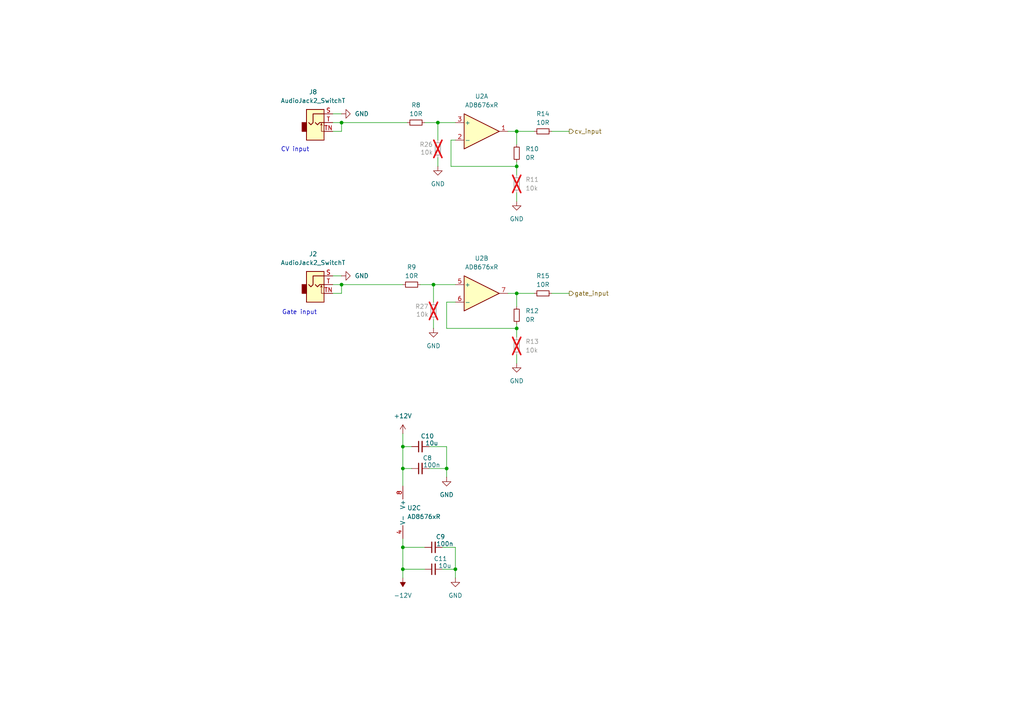
<source format=kicad_sch>
(kicad_sch (version 20231120) (generator "eeschema") (generator_version "8.0")
  (paper "A4")
  (lib_symbols
    (symbol "Amplifier_Operational:AD8676xR" (pin_names (offset 0.127))
      (property "Reference" "U" (at 2.54 6.35 0))
      (property "Value" "AD8676xR" (at 2.54 3.81 0))
      (symbol "AD8676xR_1_1"
        (polyline (pts (xy 5.08 0) (xy -5.08 5.08) (xy -5.08 -5.08) (xy 5.08 0)) (stroke (width 0.254)) (fill (type background)))
        (pin output line (at 7.62 0 180) (length 2.54) (name "~") (number "1"))
        (pin input line (at -7.62 -2.54 0) (length 2.54) (name "-") (number "2"))
        (pin input line (at -7.62 2.54 0) (length 2.54) (name "+") (number "3"))
      )
      (symbol "AD8676xR_2_1"
        (polyline (pts (xy 5.08 0) (xy -5.08 5.08) (xy -5.08 -5.08) (xy 5.08 0)) (stroke (width 0.254)) (fill (type background)))
        (pin input line (at -7.62 2.54 0) (length 2.54) (name "+") (number "5"))
        (pin input line (at -7.62 -2.54 0) (length 2.54) (name "-") (number "6"))
        (pin output line (at 7.62 0 180) (length 2.54) (name "~") (number "7"))
      )
      (symbol "AD8676xR_3_1"
        (pin power_in line (at 0 -7.62 90) (length 3.81) (name "V-") (number "4"))
        (pin power_in line (at 0 7.62 270) (length 3.81) (name "V+") (number "8"))
      )
    )
    (symbol "Connector_Audio:AudioJack2_SwitchT"
      (property "Reference" "J" (at 0 8.89 0))
      (property "Value" "AudioJack2_SwitchT" (at 0 6.35 0))
      (symbol "AudioJack2_SwitchT_0_1"
        (rectangle (start -2.54 0) (end -3.81 -2.54) (stroke (width 0.254)) (fill (type outline)))
        (polyline (pts (xy 1.778 -0.254) (xy 2.032 -0.762)))
        (polyline (pts (xy 0 0) (xy 0.635 -0.635) (xy 1.27 0) (xy 2.54 0)) (stroke (width 0.254)))
        (polyline (pts (xy 2.54 -2.54) (xy 1.778 -2.54) (xy 1.778 -0.254) (xy 1.524 -0.762)))
        (polyline (pts (xy 2.54 2.54) (xy -0.635 2.54) (xy -0.635 0) (xy -1.27 -0.635) (xy -1.905 0)) (stroke (width 0.254)))
        (rectangle (start 2.54 3.81) (end -2.54 -5.08) (stroke (width 0.254)) (fill (type background)))
      )
      (symbol "AudioJack2_SwitchT_1_1"
        (pin passive line (at 5.08 2.54 180) (length 2.54) (name "~") (number "S"))
        (pin passive line (at 5.08 0 180) (length 2.54) (name "~") (number "T"))
        (pin passive line (at 5.08 -2.54 180) (length 2.54) (name "~") (number "TN"))
      )
    )
    (symbol "Device:C_Small" (pin_numbers hide) (pin_names (offset 0.254) hide)
      (property "Reference" "C" (at 0.254 1.778 0))
      (property "Value" "C_Small" (at 0.254 -2.032 0))
      (symbol "C_Small_0_1"
        (polyline (pts (xy -1.524 -0.508) (xy 1.524 -0.508)) (stroke (width 0.3302)))
        (polyline (pts (xy -1.524 0.508) (xy 1.524 0.508)) (stroke (width 0.3048)))
      )
      (symbol "C_Small_1_1"
        (pin passive line (at 0 2.54 270) (length 2.032) (name "~") (number "1"))
        (pin passive line (at 0 -2.54 90) (length 2.032) (name "~") (number "2"))
      )
    )
    (symbol "Device:R_Small" (pin_numbers hide) (pin_names (offset 0.254) hide)
      (property "Reference" "R" (at 0.762 0.508 0))
      (property "Value" "R_Small" (at 0.762 -1.016 0))
      (symbol "R_Small_0_1"
        (rectangle (start -0.762 1.778) (end 0.762 -1.778) (stroke (width 0.2032)))
      )
      (symbol "R_Small_1_1"
        (pin passive line (at 0 2.54 270) (length 0.762) (name "~") (number "1"))
        (pin passive line (at 0 -2.54 90) (length 0.762) (name "~") (number "2"))
      )
    )
    (symbol "power:+12V" (power) (pin_numbers hide) (pin_names (offset 0) hide)
      (property "Value" "+12V" (at 0 3.556 0))
      (symbol "+12V_0_1"
        (polyline (pts (xy -0.762 1.27) (xy 0 2.54)))
        (polyline (pts (xy 0 0) (xy 0 2.54)))
        (polyline (pts (xy 0 2.54) (xy 0.762 1.27)))
      )
      (symbol "+12V_1_1"
        (pin power_in line (at 0 0 90) (length 0) (name "~") (number "1"))
      )
    )
    (symbol "power:-12V" (power) (pin_numbers hide) (pin_names (offset 0) hide)
      (property "Value" "-12V" (at 0 3.556 0))
      (symbol "-12V_0_0"
        (pin power_in line (at 0 0 90) (length 0) (name "~") (number "1"))
      )
      (symbol "-12V_0_1"
        (polyline (pts (xy 0 0) (xy 0 1.27) (xy 0.762 1.27) (xy 0 2.54) (xy -0.762 1.27) (xy 0 1.27)) (fill (type outline)))
      )
    )
    (symbol "power:GND" (power) (pin_numbers hide) (pin_names (offset 0) hide)
      (property "Value" "GND" (at 0 -3.81 0))
      (symbol "GND_0_1"
        (polyline (pts (xy 0 0) (xy 0 -1.27) (xy 1.27 -1.27) (xy 0 -2.54) (xy -1.27 -1.27) (xy 0 -1.27)))
      )
      (symbol "GND_1_1"
        (pin power_in line (at 0 0 270) (length 0) (name "~") (number "1"))
      )
    )
  )
  (junction (at 99.06 35.56))
  (junction (at 132.08 165.1))
  (junction (at 116.84 165.1))
  (junction (at 116.84 129.54))
  (junction (at 149.86 48.26))
  (junction (at 149.86 95.25))
  (junction (at 129.54 135.89))
  (junction (at 127 35.56))
  (junction (at 149.86 85.09))
  (junction (at 149.86 38.1))
  (junction (at 125.73 82.55))
  (junction (at 116.84 135.89))
  (junction (at 116.84 158.75))
  (junction (at 99.06 82.55))
  (wire (pts (xy 149.86 48.26) (xy 149.86 50.8)))
  (wire (pts (xy 124.46 135.89) (xy 129.54 135.89)))
  (wire (pts (xy 99.06 85.09) (xy 99.06 82.55)))
  (wire (pts (xy 121.92 82.55) (xy 125.73 82.55)))
  (wire (pts (xy 129.54 129.54) (xy 129.54 135.89)))
  (wire (pts (xy 125.73 92.71) (xy 125.73 95.25)))
  (wire (pts (xy 96.52 85.09) (xy 99.06 85.09)))
  (wire (pts (xy 149.86 46.99) (xy 149.86 48.26)))
  (wire (pts (xy 96.52 80.01) (xy 99.06 80.01)))
  (wire (pts (xy 132.08 40.64) (xy 130.81 40.64)))
  (wire (pts (xy 130.81 48.26) (xy 149.86 48.26)))
  (wire (pts (xy 149.86 95.25) (xy 149.86 97.79)))
  (wire (pts (xy 116.84 135.89) (xy 119.38 135.89)))
  (wire (pts (xy 96.52 33.02) (xy 99.06 33.02)))
  (wire (pts (xy 116.84 129.54) (xy 116.84 135.89)))
  (wire (pts (xy 116.84 165.1) (xy 123.19 165.1)))
  (wire (pts (xy 132.08 158.75) (xy 132.08 165.1)))
  (wire (pts (xy 149.86 93.98) (xy 149.86 95.25)))
  (wire (pts (xy 149.86 102.87) (xy 149.86 105.41)))
  (wire (pts (xy 149.86 38.1) (xy 149.86 41.91)))
  (wire (pts (xy 99.06 38.1) (xy 99.06 35.56)))
  (wire (pts (xy 149.86 55.88) (xy 149.86 58.42)))
  (wire (pts (xy 128.27 158.75) (xy 132.08 158.75)))
  (wire (pts (xy 116.84 135.89) (xy 116.84 140.97)))
  (wire (pts (xy 96.52 35.56) (xy 99.06 35.56)))
  (wire (pts (xy 96.52 82.55) (xy 99.06 82.55)))
  (wire (pts (xy 125.73 82.55) (xy 125.73 87.63)))
  (wire (pts (xy 132.08 87.63) (xy 129.54 87.63)))
  (wire (pts (xy 147.32 38.1) (xy 149.86 38.1)))
  (wire (pts (xy 96.52 38.1) (xy 99.06 38.1)))
  (wire (pts (xy 160.02 38.1) (xy 165.1 38.1)))
  (wire (pts (xy 129.54 95.25) (xy 149.86 95.25)))
  (wire (pts (xy 116.84 156.21) (xy 116.84 158.75)))
  (wire (pts (xy 125.73 82.55) (xy 132.08 82.55)))
  (wire (pts (xy 127 35.56) (xy 127 40.64)))
  (wire (pts (xy 132.08 165.1) (xy 132.08 167.64)))
  (wire (pts (xy 129.54 135.89) (xy 129.54 138.43)))
  (wire (pts (xy 149.86 85.09) (xy 149.86 88.9)))
  (wire (pts (xy 99.06 82.55) (xy 116.84 82.55)))
  (wire (pts (xy 130.81 40.64) (xy 130.81 48.26)))
  (wire (pts (xy 116.84 158.75) (xy 116.84 165.1)))
  (wire (pts (xy 116.84 158.75) (xy 123.19 158.75)))
  (wire (pts (xy 99.06 35.56) (xy 118.11 35.56)))
  (wire (pts (xy 129.54 87.63) (xy 129.54 95.25)))
  (wire (pts (xy 128.27 165.1) (xy 132.08 165.1)))
  (wire (pts (xy 116.84 129.54) (xy 119.38 129.54)))
  (wire (pts (xy 123.19 35.56) (xy 127 35.56)))
  (wire (pts (xy 147.32 85.09) (xy 149.86 85.09)))
  (wire (pts (xy 149.86 85.09) (xy 154.94 85.09)))
  (wire (pts (xy 116.84 125.73) (xy 116.84 129.54)))
  (wire (pts (xy 116.84 165.1) (xy 116.84 167.64)))
  (wire (pts (xy 160.02 85.09) (xy 165.1 85.09)))
  (wire (pts (xy 149.86 38.1) (xy 154.94 38.1)))
  (wire (pts (xy 124.46 129.54) (xy 129.54 129.54)))
  (wire (pts (xy 127 45.72) (xy 127 48.26)))
  (wire (pts (xy 127 35.56) (xy 132.08 35.56)))
  (text "CV input" (at 85.598 43.434 0) (effects (font (size 1.27 1.27))))
  (text "Gate input" (at 86.868 90.678 0) (effects (font (size 1.27 1.27))))
  (hierarchical_label "gate_input" (shape output) (at 165.1 85.09 0))
  (hierarchical_label "cv_input" (shape output) (at 165.1 38.1 0))
  (symbol (lib_id "power:GND") (at 149.86 58.42 0) (unit 1)
    (property "Reference" "#PWR013" (effects (hide yes)))
    (property "Value" "GND" (at 149.86 63.5 0))
    (property "Description" "Power symbol creates a global label with name \"GND\" , ground" (effects (hide yes)))
  )
  (symbol (lib_id "power:GND") (at 99.06 80.01 90) (unit 1)
    (property "Reference" "#PWR07" (effects (hide yes)))
    (property "Value" "GND" (at 102.87 80.0099 90) (effects (justify right)))
    (property "Description" "Power symbol creates a global label with name \"GND\" , ground" (effects (hide yes)))
  )
  (symbol (lib_id "power:GND") (at 125.73 95.25 0) (unit 1)
    (property "Reference" "#PWR026" (effects (hide yes)))
    (property "Value" "GND" (at 125.73 100.33 0))
    (property "Description" "Power symbol creates a global label with name \"GND\" , ground" (effects (hide yes)))
  )
  (symbol (lib_id "power:GND") (at 129.54 138.43 0) (unit 1)
    (property "Reference" "#PWR011" (effects (hide yes)))
    (property "Value" "GND" (at 129.54 143.51 0))
    (property "Description" "Power symbol creates a global label with name \"GND\" , ground" (effects (hide yes)))
  )
  (symbol (lib_id "Device:R_Small") (at 119.38 82.55 90) (unit 1)
    (property "Reference" "R9" (at 119.38 77.47 90))
    (property "Value" "10R" (at 119.38 80.01 90))
    (property "Footprint" "Resistor_SMD:R_0603_1608Metric_Pad0.98x0.95mm_HandSolder" (effects (hide yes)))
    (property "Description" "Resistor, small symbol" (effects (hide yes)))
  )
  (symbol (lib_id "Amplifier_Operational:AD8676xR") (at 139.7 38.1 0) (unit 1)
    (property "Reference" "U2" (at 139.7 27.94 0))
    (property "Value" "AD8676xR" (at 139.7 30.48 0))
    (property "Footprint" "Package_SO:SOIC-8_3.9x4.9mm_P1.27mm" (effects (hide yes)))
    (property "Datasheet" "https://www.analog.com/media/en/technical-documentation/data-sheets/AD8676.pdf" (effects (hide yes)))
    (property "Description" "Dual operational amplifier, Ultra-precision, 36V, Rail-to-rail output, SOIC-8" (effects (hide yes)))
  )
  (symbol (lib_id "Device:C_Small") (at 125.73 165.1 90) (unit 1)
    (property "Reference" "C11" (at 127.762 162.052 90))
    (property "Value" "10u" (at 129.032 164.084 90))
    (property "Footprint" "Capacitor_SMD:C_1206_3216Metric" (effects (hide yes)))
    (property "Description" "Unpolarized capacitor, small symbol" (effects (hide yes)))
  )
  (symbol (lib_id "Device:R_Small") (at 125.73 90.17 180) (unit 1) (dnp yes)
    (property "Reference" "R27" (at 120.396 88.9 0) (effects (justify right)))
    (property "Value" "10k" (at 120.65 91.186 0) (effects (justify right)))
    (property "Footprint" "Resistor_SMD:R_0603_1608Metric_Pad0.98x0.95mm_HandSolder" (effects (hide yes)))
    (property "Description" "Resistor, small symbol" (effects (hide yes)))
  )
  (symbol (lib_id "power:GND") (at 127 48.26 0) (unit 1)
    (property "Reference" "#PWR025" (effects (hide yes)))
    (property "Value" "GND" (at 127 53.34 0))
    (property "Description" "Power symbol creates a global label with name \"GND\" , ground" (effects (hide yes)))
  )
  (symbol (lib_id "Device:C_Small") (at 125.73 158.75 90) (unit 1)
    (property "Reference" "C9" (at 127.762 155.702 90))
    (property "Value" "100n" (at 129.032 157.734 90))
    (property "Footprint" "Capacitor_SMD:C_0603_1608Metric_Pad1.08x0.95mm_HandSolder" (effects (hide yes)))
    (property "Description" "Unpolarized capacitor, small symbol" (effects (hide yes)))
  )
  (symbol (lib_id "Device:R_Small") (at 149.86 91.44 180) (unit 1)
    (property "Reference" "R12" (at 152.4 90.1699 0) (effects (justify right)))
    (property "Value" "0R" (at 152.4 92.7099 0) (effects (justify right)))
    (property "Footprint" "Resistor_SMD:R_0603_1608Metric_Pad0.98x0.95mm_HandSolder" (effects (hide yes)))
    (property "Description" "Resistor, small symbol" (effects (hide yes)))
  )
  (symbol (lib_id "Amplifier_Operational:AD8676xR") (at 139.7 85.09 0) (unit 2)
    (property "Reference" "U2" (at 139.7 74.93 0))
    (property "Value" "AD8676xR" (at 139.7 77.47 0))
    (property "Footprint" "Package_SO:SOIC-8_3.9x4.9mm_P1.27mm" (effects (hide yes)))
    (property "Datasheet" "https://www.analog.com/media/en/technical-documentation/data-sheets/AD8676.pdf" (effects (hide yes)))
    (property "Description" "Dual operational amplifier, Ultra-precision, 36V, Rail-to-rail output, SOIC-8" (effects (hide yes)))
  )
  (symbol (lib_id "Device:R_Small") (at 149.86 53.34 180) (unit 1) (dnp yes)
    (property "Reference" "R11" (at 152.4 52.0699 0) (effects (justify right)))
    (property "Value" "10k" (at 152.4 54.6099 0) (effects (justify right)))
    (property "Footprint" "Resistor_SMD:R_0603_1608Metric_Pad0.98x0.95mm_HandSolder" (effects (hide yes)))
    (property "Description" "Resistor, small symbol" (effects (hide yes)))
  )
  (symbol (lib_id "Connector_Audio:AudioJack2_SwitchT") (at 91.44 35.56 0) (unit 1)
    (property "Reference" "J8" (at 90.805 26.67 0))
    (property "Value" "AudioJack2_SwitchT" (at 90.805 29.21 0))
    (property "Footprint" "a3_library:MJ-3523-SMT-TR" (effects (hide yes)))
    (property "Description" "Audio Jack, 2 Poles (Mono / TS), Switched T Pole (Normalling)" (effects (hide yes)))
  )
  (symbol (lib_id "power:GND") (at 149.86 105.41 0) (unit 1)
    (property "Reference" "#PWR014" (effects (hide yes)))
    (property "Value" "GND" (at 149.86 110.49 0))
    (property "Description" "Power symbol creates a global label with name \"GND\" , ground" (effects (hide yes)))
  )
  (symbol (lib_id "Device:C_Small") (at 121.92 129.54 90) (unit 1)
    (property "Reference" "C10" (at 123.952 126.492 90))
    (property "Value" "10u" (at 125.222 128.524 90))
    (property "Footprint" "Capacitor_SMD:C_1206_3216Metric" (effects (hide yes)))
    (property "Description" "Unpolarized capacitor, small symbol" (effects (hide yes)))
  )
  (symbol (lib_id "Connector_Audio:AudioJack2_SwitchT") (at 91.44 82.55 0) (unit 1)
    (property "Reference" "J2" (at 90.805 73.66 0))
    (property "Value" "AudioJack2_SwitchT" (at 90.805 76.2 0))
    (property "Footprint" "a3_library:MJ-3523-SMT-TR" (effects (hide yes)))
    (property "Description" "Audio Jack, 2 Poles (Mono / TS), Switched T Pole (Normalling)" (effects (hide yes)))
  )
  (symbol (lib_id "power:GND") (at 99.06 33.02 90) (unit 1)
    (property "Reference" "#PWR08" (effects (hide yes)))
    (property "Value" "GND" (at 102.87 33.0199 90) (effects (justify right)))
    (property "Description" "Power symbol creates a global label with name \"GND\" , ground" (effects (hide yes)))
  )
  (symbol (lib_id "power:-12V") (at 116.84 167.64 180) (unit 1)
    (property "Reference" "#PWR010" (effects (hide yes)))
    (property "Value" "-12V" (at 116.84 172.72 0))
    (property "Description" "Power symbol creates a global label with name \"-12V\"" (effects (hide yes)))
  )
  (symbol (lib_id "power:+12V") (at 116.84 125.73 0) (unit 1)
    (property "Reference" "#PWR09" (effects (hide yes)))
    (property "Value" "+12V" (at 116.84 120.65 0))
    (property "Description" "Power symbol creates a global label with name \"+12V\"" (effects (hide yes)))
  )
  (symbol (lib_id "Device:R_Small") (at 120.65 35.56 90) (unit 1)
    (property "Reference" "R8" (at 120.65 30.48 90))
    (property "Value" "10R" (at 120.65 33.02 90))
    (property "Footprint" "Resistor_SMD:R_0603_1608Metric_Pad0.98x0.95mm_HandSolder" (effects (hide yes)))
    (property "Description" "Resistor, small symbol" (effects (hide yes)))
  )
  (symbol (lib_id "Amplifier_Operational:AD8676xR") (at 116.84 148.59 0) (unit 3)
    (property "Reference" "U2" (at 118.11 147.3199 0) (effects (justify left)))
    (property "Value" "AD8676xR" (at 118.11 149.8599 0) (effects (justify left)))
    (property "Footprint" "Package_SO:SOIC-8_3.9x4.9mm_P1.27mm" (effects (hide yes)))
    (property "Datasheet" "https://www.analog.com/media/en/technical-documentation/data-sheets/AD8676.pdf" (effects (hide yes)))
    (property "Description" "Dual operational amplifier, Ultra-precision, 36V, Rail-to-rail output, SOIC-8" (effects (hide yes)))
  )
  (symbol (lib_id "Device:C_Small") (at 121.92 135.89 90) (unit 1)
    (property "Reference" "C8" (at 123.952 132.842 90))
    (property "Value" "100n" (at 125.222 134.874 90))
    (property "Footprint" "Capacitor_SMD:C_0603_1608Metric_Pad1.08x0.95mm_HandSolder" (effects (hide yes)))
    (property "Description" "Unpolarized capacitor, small symbol" (effects (hide yes)))
  )
  (symbol (lib_id "Device:R_Small") (at 157.48 85.09 90) (unit 1)
    (property "Reference" "R15" (at 157.48 80.01 90))
    (property "Value" "10R" (at 157.48 82.55 90))
    (property "Footprint" "Resistor_SMD:R_0603_1608Metric_Pad0.98x0.95mm_HandSolder" (effects (hide yes)))
    (property "Description" "Resistor, small symbol" (effects (hide yes)))
  )
  (symbol (lib_id "power:GND") (at 132.08 167.64 0) (unit 1)
    (property "Reference" "#PWR012" (effects (hide yes)))
    (property "Value" "GND" (at 132.08 172.72 0))
    (property "Description" "Power symbol creates a global label with name \"GND\" , ground" (effects (hide yes)))
  )
  (symbol (lib_id "Device:R_Small") (at 127 43.18 180) (unit 1) (dnp yes)
    (property "Reference" "R26" (at 121.666 41.91 0) (effects (justify right)))
    (property "Value" "10k" (at 121.92 44.196 0) (effects (justify right)))
    (property "Footprint" "Resistor_SMD:R_0603_1608Metric_Pad0.98x0.95mm_HandSolder" (effects (hide yes)))
    (property "Description" "Resistor, small symbol" (effects (hide yes)))
  )
  (symbol (lib_id "Device:R_Small") (at 149.86 44.45 180) (unit 1)
    (property "Reference" "R10" (at 152.4 43.1799 0) (effects (justify right)))
    (property "Value" "0R" (at 152.4 45.7199 0) (effects (justify right)))
    (property "Footprint" "Resistor_SMD:R_0603_1608Metric_Pad0.98x0.95mm_HandSolder" (effects (hide yes)))
    (property "Description" "Resistor, small symbol" (effects (hide yes)))
  )
  (symbol (lib_id "Device:R_Small") (at 149.86 100.33 180) (unit 1) (dnp yes)
    (property "Reference" "R13" (at 152.4 99.0599 0) (effects (justify right)))
    (property "Value" "10k" (at 152.4 101.5999 0) (effects (justify right)))
    (property "Footprint" "Resistor_SMD:R_0603_1608Metric_Pad0.98x0.95mm_HandSolder" (effects (hide yes)))
    (property "Description" "Resistor, small symbol" (effects (hide yes)))
  )
  (symbol (lib_id "Device:R_Small") (at 157.48 38.1 90) (unit 1)
    (property "Reference" "R14" (at 157.48 33.02 90))
    (property "Value" "10R" (at 157.48 35.56 90))
    (property "Footprint" "Resistor_SMD:R_0603_1608Metric_Pad0.98x0.95mm_HandSolder" (effects (hide yes)))
    (property "Description" "Resistor, small symbol" (effects (hide yes)))
  )
)
</source>
